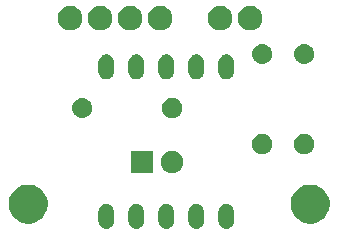
<source format=gbr>
G04 #@! TF.GenerationSoftware,KiCad,Pcbnew,5.0.2-bee76a0~70~ubuntu18.04.1*
G04 #@! TF.CreationDate,2019-07-06T00:12:55+01:00*
G04 #@! TF.ProjectId,Timer Gate,54696d65-7220-4476-9174-652e6b696361,rev?*
G04 #@! TF.SameCoordinates,Original*
G04 #@! TF.FileFunction,Soldermask,Bot*
G04 #@! TF.FilePolarity,Negative*
%FSLAX46Y46*%
G04 Gerber Fmt 4.6, Leading zero omitted, Abs format (unit mm)*
G04 Created by KiCad (PCBNEW 5.0.2-bee76a0~70~ubuntu18.04.1) date Sat Jul  6 00:12:55 2019*
%MOMM*%
%LPD*%
G01*
G04 APERTURE LIST*
%ADD10C,0.100000*%
G04 APERTURE END LIST*
D10*
G36*
X135763617Y-94991421D02*
X135845426Y-95016238D01*
X135886332Y-95028646D01*
X135946782Y-95060958D01*
X135999425Y-95089096D01*
X136098553Y-95170448D01*
X136179905Y-95269575D01*
X136179906Y-95269577D01*
X136240355Y-95382668D01*
X136252763Y-95423574D01*
X136277580Y-95505383D01*
X136287000Y-95601028D01*
X136287000Y-96464974D01*
X136277580Y-96560619D01*
X136270623Y-96583553D01*
X136240355Y-96683334D01*
X136186819Y-96783492D01*
X136179905Y-96796427D01*
X136098553Y-96895554D01*
X135999426Y-96976906D01*
X135999424Y-96976907D01*
X135886333Y-97037356D01*
X135845427Y-97049764D01*
X135763618Y-97074581D01*
X135636000Y-97087150D01*
X135508383Y-97074581D01*
X135426574Y-97049764D01*
X135385668Y-97037356D01*
X135272577Y-96976907D01*
X135272575Y-96976906D01*
X135173448Y-96895554D01*
X135092096Y-96796427D01*
X135085182Y-96783492D01*
X135031646Y-96683334D01*
X135020624Y-96647000D01*
X134994420Y-96560619D01*
X134985000Y-96464974D01*
X134985000Y-95601029D01*
X134994420Y-95505384D01*
X135031645Y-95382670D01*
X135031645Y-95382669D01*
X135063957Y-95322219D01*
X135092095Y-95269576D01*
X135173447Y-95170448D01*
X135272574Y-95089096D01*
X135285509Y-95082182D01*
X135385667Y-95028646D01*
X135426573Y-95016238D01*
X135508382Y-94991421D01*
X135636000Y-94978852D01*
X135763617Y-94991421D01*
X135763617Y-94991421D01*
G37*
G36*
X138303617Y-94991421D02*
X138385426Y-95016238D01*
X138426332Y-95028646D01*
X138486782Y-95060958D01*
X138539425Y-95089096D01*
X138638553Y-95170448D01*
X138719905Y-95269575D01*
X138719906Y-95269577D01*
X138780355Y-95382668D01*
X138792763Y-95423574D01*
X138817580Y-95505383D01*
X138827000Y-95601028D01*
X138827000Y-96464974D01*
X138817580Y-96560619D01*
X138810623Y-96583553D01*
X138780355Y-96683334D01*
X138726819Y-96783492D01*
X138719905Y-96796427D01*
X138638553Y-96895554D01*
X138539426Y-96976906D01*
X138539424Y-96976907D01*
X138426333Y-97037356D01*
X138385427Y-97049764D01*
X138303618Y-97074581D01*
X138176000Y-97087150D01*
X138048383Y-97074581D01*
X137966574Y-97049764D01*
X137925668Y-97037356D01*
X137812577Y-96976907D01*
X137812575Y-96976906D01*
X137713448Y-96895554D01*
X137632096Y-96796427D01*
X137625182Y-96783492D01*
X137571646Y-96683334D01*
X137560624Y-96647000D01*
X137534420Y-96560619D01*
X137525000Y-96464974D01*
X137525000Y-95601029D01*
X137534420Y-95505384D01*
X137571645Y-95382670D01*
X137571645Y-95382669D01*
X137603957Y-95322219D01*
X137632095Y-95269576D01*
X137713447Y-95170448D01*
X137812574Y-95089096D01*
X137825509Y-95082182D01*
X137925667Y-95028646D01*
X137966573Y-95016238D01*
X138048382Y-94991421D01*
X138176000Y-94978852D01*
X138303617Y-94991421D01*
X138303617Y-94991421D01*
G37*
G36*
X140843617Y-94991421D02*
X140925426Y-95016238D01*
X140966332Y-95028646D01*
X141026782Y-95060958D01*
X141079425Y-95089096D01*
X141178553Y-95170448D01*
X141259905Y-95269575D01*
X141259906Y-95269577D01*
X141320355Y-95382668D01*
X141332763Y-95423574D01*
X141357580Y-95505383D01*
X141367000Y-95601028D01*
X141367000Y-96464974D01*
X141357580Y-96560619D01*
X141350623Y-96583553D01*
X141320355Y-96683334D01*
X141266819Y-96783492D01*
X141259905Y-96796427D01*
X141178553Y-96895554D01*
X141079426Y-96976906D01*
X141079424Y-96976907D01*
X140966333Y-97037356D01*
X140925427Y-97049764D01*
X140843618Y-97074581D01*
X140716000Y-97087150D01*
X140588383Y-97074581D01*
X140506574Y-97049764D01*
X140465668Y-97037356D01*
X140352577Y-96976907D01*
X140352575Y-96976906D01*
X140253448Y-96895554D01*
X140172096Y-96796427D01*
X140165182Y-96783492D01*
X140111646Y-96683334D01*
X140100624Y-96647000D01*
X140074420Y-96560619D01*
X140065000Y-96464974D01*
X140065000Y-95601029D01*
X140074420Y-95505384D01*
X140111645Y-95382670D01*
X140111645Y-95382669D01*
X140143957Y-95322219D01*
X140172095Y-95269576D01*
X140253447Y-95170448D01*
X140352574Y-95089096D01*
X140365509Y-95082182D01*
X140465667Y-95028646D01*
X140506573Y-95016238D01*
X140588382Y-94991421D01*
X140716000Y-94978852D01*
X140843617Y-94991421D01*
X140843617Y-94991421D01*
G37*
G36*
X130683617Y-94991421D02*
X130765426Y-95016238D01*
X130806332Y-95028646D01*
X130866782Y-95060958D01*
X130919425Y-95089096D01*
X131018553Y-95170448D01*
X131099905Y-95269575D01*
X131099906Y-95269577D01*
X131160355Y-95382668D01*
X131172763Y-95423574D01*
X131197580Y-95505383D01*
X131207000Y-95601028D01*
X131207000Y-96464974D01*
X131197580Y-96560619D01*
X131190623Y-96583553D01*
X131160355Y-96683334D01*
X131106819Y-96783492D01*
X131099905Y-96796427D01*
X131018553Y-96895554D01*
X130919426Y-96976906D01*
X130919424Y-96976907D01*
X130806333Y-97037356D01*
X130765427Y-97049764D01*
X130683618Y-97074581D01*
X130556000Y-97087150D01*
X130428383Y-97074581D01*
X130346574Y-97049764D01*
X130305668Y-97037356D01*
X130192577Y-96976907D01*
X130192575Y-96976906D01*
X130093448Y-96895554D01*
X130012096Y-96796427D01*
X130005182Y-96783492D01*
X129951646Y-96683334D01*
X129940624Y-96647000D01*
X129914420Y-96560619D01*
X129905000Y-96464974D01*
X129905000Y-95601029D01*
X129914420Y-95505384D01*
X129951645Y-95382670D01*
X129951645Y-95382669D01*
X129983957Y-95322219D01*
X130012095Y-95269576D01*
X130093447Y-95170448D01*
X130192574Y-95089096D01*
X130205509Y-95082182D01*
X130305667Y-95028646D01*
X130346573Y-95016238D01*
X130428382Y-94991421D01*
X130556000Y-94978852D01*
X130683617Y-94991421D01*
X130683617Y-94991421D01*
G37*
G36*
X133223617Y-94991421D02*
X133305426Y-95016238D01*
X133346332Y-95028646D01*
X133406782Y-95060958D01*
X133459425Y-95089096D01*
X133558553Y-95170448D01*
X133639905Y-95269575D01*
X133639906Y-95269577D01*
X133700355Y-95382668D01*
X133712763Y-95423574D01*
X133737580Y-95505383D01*
X133747000Y-95601028D01*
X133747000Y-96464974D01*
X133737580Y-96560619D01*
X133730623Y-96583553D01*
X133700355Y-96683334D01*
X133646819Y-96783492D01*
X133639905Y-96796427D01*
X133558553Y-96895554D01*
X133459426Y-96976906D01*
X133459424Y-96976907D01*
X133346333Y-97037356D01*
X133305427Y-97049764D01*
X133223618Y-97074581D01*
X133096000Y-97087150D01*
X132968383Y-97074581D01*
X132886574Y-97049764D01*
X132845668Y-97037356D01*
X132732577Y-96976907D01*
X132732575Y-96976906D01*
X132633448Y-96895554D01*
X132552096Y-96796427D01*
X132545182Y-96783492D01*
X132491646Y-96683334D01*
X132480624Y-96647000D01*
X132454420Y-96560619D01*
X132445000Y-96464974D01*
X132445000Y-95601029D01*
X132454420Y-95505384D01*
X132491645Y-95382670D01*
X132491645Y-95382669D01*
X132523957Y-95322219D01*
X132552095Y-95269576D01*
X132633447Y-95170448D01*
X132732574Y-95089096D01*
X132745509Y-95082182D01*
X132845667Y-95028646D01*
X132886573Y-95016238D01*
X132968382Y-94991421D01*
X133096000Y-94978852D01*
X133223617Y-94991421D01*
X133223617Y-94991421D01*
G37*
G36*
X148203256Y-93387298D02*
X148309579Y-93408447D01*
X148610042Y-93532903D01*
X148876852Y-93711180D01*
X148880454Y-93713587D01*
X149110413Y-93943546D01*
X149291098Y-94213960D01*
X149415553Y-94514422D01*
X149479000Y-94833389D01*
X149479000Y-95158611D01*
X149456927Y-95269577D01*
X149415553Y-95477579D01*
X149404035Y-95505385D01*
X149291098Y-95778040D01*
X149110413Y-96048454D01*
X148880454Y-96278413D01*
X148880451Y-96278415D01*
X148610042Y-96459097D01*
X148610041Y-96459098D01*
X148610040Y-96459098D01*
X148522037Y-96495550D01*
X148309579Y-96583553D01*
X148203256Y-96604702D01*
X147990611Y-96647000D01*
X147665389Y-96647000D01*
X147452744Y-96604702D01*
X147346421Y-96583553D01*
X147133963Y-96495550D01*
X147045960Y-96459098D01*
X147045959Y-96459098D01*
X147045958Y-96459097D01*
X146775549Y-96278415D01*
X146775546Y-96278413D01*
X146545587Y-96048454D01*
X146364902Y-95778040D01*
X146251965Y-95505385D01*
X146240447Y-95477579D01*
X146199073Y-95269577D01*
X146177000Y-95158611D01*
X146177000Y-94833389D01*
X146240447Y-94514422D01*
X146364902Y-94213960D01*
X146545587Y-93943546D01*
X146775546Y-93713587D01*
X146779148Y-93711180D01*
X147045958Y-93532903D01*
X147346421Y-93408447D01*
X147452744Y-93387298D01*
X147665389Y-93345000D01*
X147990611Y-93345000D01*
X148203256Y-93387298D01*
X148203256Y-93387298D01*
G37*
G36*
X124327256Y-93387298D02*
X124433579Y-93408447D01*
X124734042Y-93532903D01*
X125000852Y-93711180D01*
X125004454Y-93713587D01*
X125234413Y-93943546D01*
X125415098Y-94213960D01*
X125539553Y-94514422D01*
X125603000Y-94833389D01*
X125603000Y-95158611D01*
X125580927Y-95269577D01*
X125539553Y-95477579D01*
X125528035Y-95505385D01*
X125415098Y-95778040D01*
X125234413Y-96048454D01*
X125004454Y-96278413D01*
X125004451Y-96278415D01*
X124734042Y-96459097D01*
X124734041Y-96459098D01*
X124734040Y-96459098D01*
X124646037Y-96495550D01*
X124433579Y-96583553D01*
X124327256Y-96604702D01*
X124114611Y-96647000D01*
X123789389Y-96647000D01*
X123576744Y-96604702D01*
X123470421Y-96583553D01*
X123257963Y-96495550D01*
X123169960Y-96459098D01*
X123169959Y-96459098D01*
X123169958Y-96459097D01*
X122899549Y-96278415D01*
X122899546Y-96278413D01*
X122669587Y-96048454D01*
X122488902Y-95778040D01*
X122375965Y-95505385D01*
X122364447Y-95477579D01*
X122323073Y-95269577D01*
X122301000Y-95158611D01*
X122301000Y-94833389D01*
X122364447Y-94514422D01*
X122488902Y-94213960D01*
X122669587Y-93943546D01*
X122899546Y-93713587D01*
X122903148Y-93711180D01*
X123169958Y-93532903D01*
X123470421Y-93408447D01*
X123576744Y-93387298D01*
X123789389Y-93345000D01*
X124114611Y-93345000D01*
X124327256Y-93387298D01*
X124327256Y-93387298D01*
G37*
G36*
X134555000Y-92391000D02*
X132653000Y-92391000D01*
X132653000Y-90489000D01*
X134555000Y-90489000D01*
X134555000Y-92391000D01*
X134555000Y-92391000D01*
G37*
G36*
X136421396Y-90525546D02*
X136594466Y-90597234D01*
X136750230Y-90701312D01*
X136882688Y-90833770D01*
X136986766Y-90989534D01*
X137058454Y-91162604D01*
X137095000Y-91346333D01*
X137095000Y-91533667D01*
X137058454Y-91717396D01*
X136986766Y-91890466D01*
X136882688Y-92046230D01*
X136750230Y-92178688D01*
X136594466Y-92282766D01*
X136421396Y-92354454D01*
X136237667Y-92391000D01*
X136050333Y-92391000D01*
X135866604Y-92354454D01*
X135693534Y-92282766D01*
X135537770Y-92178688D01*
X135405312Y-92046230D01*
X135301234Y-91890466D01*
X135229546Y-91717396D01*
X135193000Y-91533667D01*
X135193000Y-91346333D01*
X135229546Y-91162604D01*
X135301234Y-90989534D01*
X135405312Y-90833770D01*
X135537770Y-90701312D01*
X135693534Y-90597234D01*
X135866604Y-90525546D01*
X136050333Y-90489000D01*
X136237667Y-90489000D01*
X136421396Y-90525546D01*
X136421396Y-90525546D01*
G37*
G36*
X147568228Y-89097703D02*
X147723100Y-89161853D01*
X147862481Y-89254985D01*
X147981015Y-89373519D01*
X148074147Y-89512900D01*
X148138297Y-89667772D01*
X148171000Y-89832184D01*
X148171000Y-89999816D01*
X148138297Y-90164228D01*
X148074147Y-90319100D01*
X147981015Y-90458481D01*
X147862481Y-90577015D01*
X147723100Y-90670147D01*
X147568228Y-90734297D01*
X147403816Y-90767000D01*
X147236184Y-90767000D01*
X147071772Y-90734297D01*
X146916900Y-90670147D01*
X146777519Y-90577015D01*
X146658985Y-90458481D01*
X146565853Y-90319100D01*
X146501703Y-90164228D01*
X146469000Y-89999816D01*
X146469000Y-89832184D01*
X146501703Y-89667772D01*
X146565853Y-89512900D01*
X146658985Y-89373519D01*
X146777519Y-89254985D01*
X146916900Y-89161853D01*
X147071772Y-89097703D01*
X147236184Y-89065000D01*
X147403816Y-89065000D01*
X147568228Y-89097703D01*
X147568228Y-89097703D01*
G37*
G36*
X144012228Y-89097703D02*
X144167100Y-89161853D01*
X144306481Y-89254985D01*
X144425015Y-89373519D01*
X144518147Y-89512900D01*
X144582297Y-89667772D01*
X144615000Y-89832184D01*
X144615000Y-89999816D01*
X144582297Y-90164228D01*
X144518147Y-90319100D01*
X144425015Y-90458481D01*
X144306481Y-90577015D01*
X144167100Y-90670147D01*
X144012228Y-90734297D01*
X143847816Y-90767000D01*
X143680184Y-90767000D01*
X143515772Y-90734297D01*
X143360900Y-90670147D01*
X143221519Y-90577015D01*
X143102985Y-90458481D01*
X143009853Y-90319100D01*
X142945703Y-90164228D01*
X142913000Y-89999816D01*
X142913000Y-89832184D01*
X142945703Y-89667772D01*
X143009853Y-89512900D01*
X143102985Y-89373519D01*
X143221519Y-89254985D01*
X143360900Y-89161853D01*
X143515772Y-89097703D01*
X143680184Y-89065000D01*
X143847816Y-89065000D01*
X144012228Y-89097703D01*
X144012228Y-89097703D01*
G37*
G36*
X128690821Y-86029313D02*
X128690824Y-86029314D01*
X128690825Y-86029314D01*
X128851239Y-86077975D01*
X128851241Y-86077976D01*
X128851244Y-86077977D01*
X128999078Y-86156995D01*
X129128659Y-86263341D01*
X129235005Y-86392922D01*
X129314023Y-86540756D01*
X129314024Y-86540759D01*
X129314025Y-86540761D01*
X129362686Y-86701175D01*
X129362687Y-86701179D01*
X129379117Y-86868000D01*
X129362687Y-87034821D01*
X129362686Y-87034824D01*
X129362686Y-87034825D01*
X129337993Y-87116228D01*
X129314023Y-87195244D01*
X129235005Y-87343078D01*
X129128659Y-87472659D01*
X128999078Y-87579005D01*
X128851244Y-87658023D01*
X128851241Y-87658024D01*
X128851239Y-87658025D01*
X128690825Y-87706686D01*
X128690824Y-87706686D01*
X128690821Y-87706687D01*
X128565804Y-87719000D01*
X128482196Y-87719000D01*
X128357179Y-87706687D01*
X128357176Y-87706686D01*
X128357175Y-87706686D01*
X128196761Y-87658025D01*
X128196759Y-87658024D01*
X128196756Y-87658023D01*
X128048922Y-87579005D01*
X127919341Y-87472659D01*
X127812995Y-87343078D01*
X127733977Y-87195244D01*
X127710008Y-87116228D01*
X127685314Y-87034825D01*
X127685314Y-87034824D01*
X127685313Y-87034821D01*
X127668883Y-86868000D01*
X127685313Y-86701179D01*
X127685314Y-86701175D01*
X127733975Y-86540761D01*
X127733976Y-86540759D01*
X127733977Y-86540756D01*
X127812995Y-86392922D01*
X127919341Y-86263341D01*
X128048922Y-86156995D01*
X128196756Y-86077977D01*
X128196759Y-86077976D01*
X128196761Y-86077975D01*
X128357175Y-86029314D01*
X128357176Y-86029314D01*
X128357179Y-86029313D01*
X128482196Y-86017000D01*
X128565804Y-86017000D01*
X128690821Y-86029313D01*
X128690821Y-86029313D01*
G37*
G36*
X136392228Y-86049703D02*
X136547100Y-86113853D01*
X136686481Y-86206985D01*
X136805015Y-86325519D01*
X136898147Y-86464900D01*
X136962297Y-86619772D01*
X136995000Y-86784184D01*
X136995000Y-86951816D01*
X136962297Y-87116228D01*
X136898147Y-87271100D01*
X136805015Y-87410481D01*
X136686481Y-87529015D01*
X136547100Y-87622147D01*
X136392228Y-87686297D01*
X136227816Y-87719000D01*
X136060184Y-87719000D01*
X135895772Y-87686297D01*
X135740900Y-87622147D01*
X135601519Y-87529015D01*
X135482985Y-87410481D01*
X135389853Y-87271100D01*
X135325703Y-87116228D01*
X135293000Y-86951816D01*
X135293000Y-86784184D01*
X135325703Y-86619772D01*
X135389853Y-86464900D01*
X135482985Y-86325519D01*
X135601519Y-86206985D01*
X135740900Y-86113853D01*
X135895772Y-86049703D01*
X136060184Y-86017000D01*
X136227816Y-86017000D01*
X136392228Y-86049703D01*
X136392228Y-86049703D01*
G37*
G36*
X135763617Y-82321421D02*
X135845426Y-82346238D01*
X135886332Y-82358646D01*
X135946782Y-82390958D01*
X135999425Y-82419096D01*
X136098553Y-82500448D01*
X136179905Y-82599575D01*
X136179906Y-82599577D01*
X136240355Y-82712668D01*
X136252763Y-82753574D01*
X136277580Y-82835383D01*
X136287000Y-82931028D01*
X136287000Y-83794974D01*
X136277580Y-83890619D01*
X136252763Y-83972428D01*
X136240355Y-84013334D01*
X136186819Y-84113492D01*
X136179905Y-84126427D01*
X136098553Y-84225554D01*
X135999426Y-84306906D01*
X135999424Y-84306907D01*
X135886333Y-84367356D01*
X135845427Y-84379764D01*
X135763618Y-84404581D01*
X135636000Y-84417150D01*
X135508383Y-84404581D01*
X135426574Y-84379764D01*
X135385668Y-84367356D01*
X135272577Y-84306907D01*
X135272575Y-84306906D01*
X135173448Y-84225554D01*
X135092096Y-84126427D01*
X135085182Y-84113492D01*
X135031646Y-84013334D01*
X135025734Y-83993844D01*
X134994420Y-83890619D01*
X134985000Y-83794974D01*
X134985000Y-82931029D01*
X134994420Y-82835384D01*
X135031645Y-82712670D01*
X135031645Y-82712669D01*
X135079447Y-82623239D01*
X135092095Y-82599576D01*
X135173447Y-82500448D01*
X135272574Y-82419096D01*
X135285509Y-82412182D01*
X135385667Y-82358646D01*
X135426573Y-82346238D01*
X135508382Y-82321421D01*
X135636000Y-82308852D01*
X135763617Y-82321421D01*
X135763617Y-82321421D01*
G37*
G36*
X130683617Y-82321421D02*
X130765426Y-82346238D01*
X130806332Y-82358646D01*
X130866782Y-82390958D01*
X130919425Y-82419096D01*
X131018553Y-82500448D01*
X131099905Y-82599575D01*
X131099906Y-82599577D01*
X131160355Y-82712668D01*
X131172763Y-82753574D01*
X131197580Y-82835383D01*
X131207000Y-82931028D01*
X131207000Y-83794974D01*
X131197580Y-83890619D01*
X131172763Y-83972428D01*
X131160355Y-84013334D01*
X131106819Y-84113492D01*
X131099905Y-84126427D01*
X131018553Y-84225554D01*
X130919426Y-84306906D01*
X130919424Y-84306907D01*
X130806333Y-84367356D01*
X130765427Y-84379764D01*
X130683618Y-84404581D01*
X130556000Y-84417150D01*
X130428383Y-84404581D01*
X130346574Y-84379764D01*
X130305668Y-84367356D01*
X130192577Y-84306907D01*
X130192575Y-84306906D01*
X130093448Y-84225554D01*
X130012096Y-84126427D01*
X130005182Y-84113492D01*
X129951646Y-84013334D01*
X129945734Y-83993844D01*
X129914420Y-83890619D01*
X129905000Y-83794974D01*
X129905000Y-82931029D01*
X129914420Y-82835384D01*
X129951645Y-82712670D01*
X129951645Y-82712669D01*
X129999447Y-82623239D01*
X130012095Y-82599576D01*
X130093447Y-82500448D01*
X130192574Y-82419096D01*
X130205509Y-82412182D01*
X130305667Y-82358646D01*
X130346573Y-82346238D01*
X130428382Y-82321421D01*
X130556000Y-82308852D01*
X130683617Y-82321421D01*
X130683617Y-82321421D01*
G37*
G36*
X133223617Y-82321421D02*
X133305426Y-82346238D01*
X133346332Y-82358646D01*
X133406782Y-82390958D01*
X133459425Y-82419096D01*
X133558553Y-82500448D01*
X133639905Y-82599575D01*
X133639906Y-82599577D01*
X133700355Y-82712668D01*
X133712763Y-82753574D01*
X133737580Y-82835383D01*
X133747000Y-82931028D01*
X133747000Y-83794974D01*
X133737580Y-83890619D01*
X133712763Y-83972428D01*
X133700355Y-84013334D01*
X133646819Y-84113492D01*
X133639905Y-84126427D01*
X133558553Y-84225554D01*
X133459426Y-84306906D01*
X133459424Y-84306907D01*
X133346333Y-84367356D01*
X133305427Y-84379764D01*
X133223618Y-84404581D01*
X133096000Y-84417150D01*
X132968383Y-84404581D01*
X132886574Y-84379764D01*
X132845668Y-84367356D01*
X132732577Y-84306907D01*
X132732575Y-84306906D01*
X132633448Y-84225554D01*
X132552096Y-84126427D01*
X132545182Y-84113492D01*
X132491646Y-84013334D01*
X132485734Y-83993844D01*
X132454420Y-83890619D01*
X132445000Y-83794974D01*
X132445000Y-82931029D01*
X132454420Y-82835384D01*
X132491645Y-82712670D01*
X132491645Y-82712669D01*
X132539447Y-82623239D01*
X132552095Y-82599576D01*
X132633447Y-82500448D01*
X132732574Y-82419096D01*
X132745509Y-82412182D01*
X132845667Y-82358646D01*
X132886573Y-82346238D01*
X132968382Y-82321421D01*
X133096000Y-82308852D01*
X133223617Y-82321421D01*
X133223617Y-82321421D01*
G37*
G36*
X140843617Y-82321421D02*
X140925426Y-82346238D01*
X140966332Y-82358646D01*
X141026782Y-82390958D01*
X141079425Y-82419096D01*
X141178553Y-82500448D01*
X141259905Y-82599575D01*
X141259906Y-82599577D01*
X141320355Y-82712668D01*
X141332763Y-82753574D01*
X141357580Y-82835383D01*
X141367000Y-82931028D01*
X141367000Y-83794974D01*
X141357580Y-83890619D01*
X141332763Y-83972428D01*
X141320355Y-84013334D01*
X141266819Y-84113492D01*
X141259905Y-84126427D01*
X141178553Y-84225554D01*
X141079426Y-84306906D01*
X141079424Y-84306907D01*
X140966333Y-84367356D01*
X140925427Y-84379764D01*
X140843618Y-84404581D01*
X140716000Y-84417150D01*
X140588383Y-84404581D01*
X140506574Y-84379764D01*
X140465668Y-84367356D01*
X140352577Y-84306907D01*
X140352575Y-84306906D01*
X140253448Y-84225554D01*
X140172096Y-84126427D01*
X140165182Y-84113492D01*
X140111646Y-84013334D01*
X140105734Y-83993844D01*
X140074420Y-83890619D01*
X140065000Y-83794974D01*
X140065000Y-82931029D01*
X140074420Y-82835384D01*
X140111645Y-82712670D01*
X140111645Y-82712669D01*
X140159447Y-82623239D01*
X140172095Y-82599576D01*
X140253447Y-82500448D01*
X140352574Y-82419096D01*
X140365509Y-82412182D01*
X140465667Y-82358646D01*
X140506573Y-82346238D01*
X140588382Y-82321421D01*
X140716000Y-82308852D01*
X140843617Y-82321421D01*
X140843617Y-82321421D01*
G37*
G36*
X138303617Y-82321421D02*
X138385426Y-82346238D01*
X138426332Y-82358646D01*
X138486782Y-82390958D01*
X138539425Y-82419096D01*
X138638553Y-82500448D01*
X138719905Y-82599575D01*
X138719906Y-82599577D01*
X138780355Y-82712668D01*
X138792763Y-82753574D01*
X138817580Y-82835383D01*
X138827000Y-82931028D01*
X138827000Y-83794974D01*
X138817580Y-83890619D01*
X138792763Y-83972428D01*
X138780355Y-84013334D01*
X138726819Y-84113492D01*
X138719905Y-84126427D01*
X138638553Y-84225554D01*
X138539426Y-84306906D01*
X138539424Y-84306907D01*
X138426333Y-84367356D01*
X138385427Y-84379764D01*
X138303618Y-84404581D01*
X138176000Y-84417150D01*
X138048383Y-84404581D01*
X137966574Y-84379764D01*
X137925668Y-84367356D01*
X137812577Y-84306907D01*
X137812575Y-84306906D01*
X137713448Y-84225554D01*
X137632096Y-84126427D01*
X137625182Y-84113492D01*
X137571646Y-84013334D01*
X137565734Y-83993844D01*
X137534420Y-83890619D01*
X137525000Y-83794974D01*
X137525000Y-82931029D01*
X137534420Y-82835384D01*
X137571645Y-82712670D01*
X137571645Y-82712669D01*
X137619447Y-82623239D01*
X137632095Y-82599576D01*
X137713447Y-82500448D01*
X137812574Y-82419096D01*
X137825509Y-82412182D01*
X137925667Y-82358646D01*
X137966573Y-82346238D01*
X138048382Y-82321421D01*
X138176000Y-82308852D01*
X138303617Y-82321421D01*
X138303617Y-82321421D01*
G37*
G36*
X147486821Y-81457313D02*
X147486824Y-81457314D01*
X147486825Y-81457314D01*
X147647239Y-81505975D01*
X147647241Y-81505976D01*
X147647244Y-81505977D01*
X147795078Y-81584995D01*
X147924659Y-81691341D01*
X148031005Y-81820922D01*
X148110023Y-81968756D01*
X148158687Y-82129179D01*
X148175117Y-82296000D01*
X148158687Y-82462821D01*
X148158686Y-82462824D01*
X148158686Y-82462825D01*
X148117203Y-82599577D01*
X148110023Y-82623244D01*
X148031005Y-82771078D01*
X147924659Y-82900659D01*
X147795078Y-83007005D01*
X147647244Y-83086023D01*
X147647241Y-83086024D01*
X147647239Y-83086025D01*
X147486825Y-83134686D01*
X147486824Y-83134686D01*
X147486821Y-83134687D01*
X147361804Y-83147000D01*
X147278196Y-83147000D01*
X147153179Y-83134687D01*
X147153176Y-83134686D01*
X147153175Y-83134686D01*
X146992761Y-83086025D01*
X146992759Y-83086024D01*
X146992756Y-83086023D01*
X146844922Y-83007005D01*
X146715341Y-82900659D01*
X146608995Y-82771078D01*
X146529977Y-82623244D01*
X146522798Y-82599577D01*
X146481314Y-82462825D01*
X146481314Y-82462824D01*
X146481313Y-82462821D01*
X146464883Y-82296000D01*
X146481313Y-82129179D01*
X146529977Y-81968756D01*
X146608995Y-81820922D01*
X146715341Y-81691341D01*
X146844922Y-81584995D01*
X146992756Y-81505977D01*
X146992759Y-81505976D01*
X146992761Y-81505975D01*
X147153175Y-81457314D01*
X147153176Y-81457314D01*
X147153179Y-81457313D01*
X147278196Y-81445000D01*
X147361804Y-81445000D01*
X147486821Y-81457313D01*
X147486821Y-81457313D01*
G37*
G36*
X143930821Y-81457313D02*
X143930824Y-81457314D01*
X143930825Y-81457314D01*
X144091239Y-81505975D01*
X144091241Y-81505976D01*
X144091244Y-81505977D01*
X144239078Y-81584995D01*
X144368659Y-81691341D01*
X144475005Y-81820922D01*
X144554023Y-81968756D01*
X144602687Y-82129179D01*
X144619117Y-82296000D01*
X144602687Y-82462821D01*
X144602686Y-82462824D01*
X144602686Y-82462825D01*
X144561203Y-82599577D01*
X144554023Y-82623244D01*
X144475005Y-82771078D01*
X144368659Y-82900659D01*
X144239078Y-83007005D01*
X144091244Y-83086023D01*
X144091241Y-83086024D01*
X144091239Y-83086025D01*
X143930825Y-83134686D01*
X143930824Y-83134686D01*
X143930821Y-83134687D01*
X143805804Y-83147000D01*
X143722196Y-83147000D01*
X143597179Y-83134687D01*
X143597176Y-83134686D01*
X143597175Y-83134686D01*
X143436761Y-83086025D01*
X143436759Y-83086024D01*
X143436756Y-83086023D01*
X143288922Y-83007005D01*
X143159341Y-82900659D01*
X143052995Y-82771078D01*
X142973977Y-82623244D01*
X142966798Y-82599577D01*
X142925314Y-82462825D01*
X142925314Y-82462824D01*
X142925313Y-82462821D01*
X142908883Y-82296000D01*
X142925313Y-82129179D01*
X142973977Y-81968756D01*
X143052995Y-81820922D01*
X143159341Y-81691341D01*
X143288922Y-81584995D01*
X143436756Y-81505977D01*
X143436759Y-81505976D01*
X143436761Y-81505975D01*
X143597175Y-81457314D01*
X143597176Y-81457314D01*
X143597179Y-81457313D01*
X143722196Y-81445000D01*
X143805804Y-81445000D01*
X143930821Y-81457313D01*
X143930821Y-81457313D01*
G37*
G36*
X140511765Y-78246620D02*
X140701289Y-78325123D01*
X140871855Y-78439092D01*
X141016908Y-78584145D01*
X141130877Y-78754711D01*
X141209380Y-78944235D01*
X141249400Y-79145430D01*
X141249400Y-79350570D01*
X141209380Y-79551765D01*
X141130877Y-79741289D01*
X141016908Y-79911855D01*
X140871855Y-80056908D01*
X140701289Y-80170877D01*
X140511765Y-80249380D01*
X140310570Y-80289400D01*
X140105430Y-80289400D01*
X139904235Y-80249380D01*
X139714711Y-80170877D01*
X139544145Y-80056908D01*
X139399092Y-79911855D01*
X139285123Y-79741289D01*
X139206620Y-79551765D01*
X139166600Y-79350570D01*
X139166600Y-79145430D01*
X139206620Y-78944235D01*
X139285123Y-78754711D01*
X139399092Y-78584145D01*
X139544145Y-78439092D01*
X139714711Y-78325123D01*
X139904235Y-78246620D01*
X140105430Y-78206600D01*
X140310570Y-78206600D01*
X140511765Y-78246620D01*
X140511765Y-78246620D01*
G37*
G36*
X127811765Y-78246620D02*
X128001289Y-78325123D01*
X128171855Y-78439092D01*
X128316908Y-78584145D01*
X128430877Y-78754711D01*
X128509380Y-78944235D01*
X128549400Y-79145430D01*
X128549400Y-79350570D01*
X128509380Y-79551765D01*
X128430877Y-79741289D01*
X128316908Y-79911855D01*
X128171855Y-80056908D01*
X128001289Y-80170877D01*
X127811765Y-80249380D01*
X127610570Y-80289400D01*
X127405430Y-80289400D01*
X127204235Y-80249380D01*
X127014711Y-80170877D01*
X126844145Y-80056908D01*
X126699092Y-79911855D01*
X126585123Y-79741289D01*
X126506620Y-79551765D01*
X126466600Y-79350570D01*
X126466600Y-79145430D01*
X126506620Y-78944235D01*
X126585123Y-78754711D01*
X126699092Y-78584145D01*
X126844145Y-78439092D01*
X127014711Y-78325123D01*
X127204235Y-78246620D01*
X127405430Y-78206600D01*
X127610570Y-78206600D01*
X127811765Y-78246620D01*
X127811765Y-78246620D01*
G37*
G36*
X130351765Y-78246620D02*
X130541289Y-78325123D01*
X130711855Y-78439092D01*
X130856908Y-78584145D01*
X130970877Y-78754711D01*
X131049380Y-78944235D01*
X131089400Y-79145430D01*
X131089400Y-79350570D01*
X131049380Y-79551765D01*
X130970877Y-79741289D01*
X130856908Y-79911855D01*
X130711855Y-80056908D01*
X130541289Y-80170877D01*
X130351765Y-80249380D01*
X130150570Y-80289400D01*
X129945430Y-80289400D01*
X129744235Y-80249380D01*
X129554711Y-80170877D01*
X129384145Y-80056908D01*
X129239092Y-79911855D01*
X129125123Y-79741289D01*
X129046620Y-79551765D01*
X129006600Y-79350570D01*
X129006600Y-79145430D01*
X129046620Y-78944235D01*
X129125123Y-78754711D01*
X129239092Y-78584145D01*
X129384145Y-78439092D01*
X129554711Y-78325123D01*
X129744235Y-78246620D01*
X129945430Y-78206600D01*
X130150570Y-78206600D01*
X130351765Y-78246620D01*
X130351765Y-78246620D01*
G37*
G36*
X132891765Y-78246620D02*
X133081289Y-78325123D01*
X133251855Y-78439092D01*
X133396908Y-78584145D01*
X133510877Y-78754711D01*
X133589380Y-78944235D01*
X133629400Y-79145430D01*
X133629400Y-79350570D01*
X133589380Y-79551765D01*
X133510877Y-79741289D01*
X133396908Y-79911855D01*
X133251855Y-80056908D01*
X133081289Y-80170877D01*
X132891765Y-80249380D01*
X132690570Y-80289400D01*
X132485430Y-80289400D01*
X132284235Y-80249380D01*
X132094711Y-80170877D01*
X131924145Y-80056908D01*
X131779092Y-79911855D01*
X131665123Y-79741289D01*
X131586620Y-79551765D01*
X131546600Y-79350570D01*
X131546600Y-79145430D01*
X131586620Y-78944235D01*
X131665123Y-78754711D01*
X131779092Y-78584145D01*
X131924145Y-78439092D01*
X132094711Y-78325123D01*
X132284235Y-78246620D01*
X132485430Y-78206600D01*
X132690570Y-78206600D01*
X132891765Y-78246620D01*
X132891765Y-78246620D01*
G37*
G36*
X135431765Y-78246620D02*
X135621289Y-78325123D01*
X135791855Y-78439092D01*
X135936908Y-78584145D01*
X136050877Y-78754711D01*
X136129380Y-78944235D01*
X136169400Y-79145430D01*
X136169400Y-79350570D01*
X136129380Y-79551765D01*
X136050877Y-79741289D01*
X135936908Y-79911855D01*
X135791855Y-80056908D01*
X135621289Y-80170877D01*
X135431765Y-80249380D01*
X135230570Y-80289400D01*
X135025430Y-80289400D01*
X134824235Y-80249380D01*
X134634711Y-80170877D01*
X134464145Y-80056908D01*
X134319092Y-79911855D01*
X134205123Y-79741289D01*
X134126620Y-79551765D01*
X134086600Y-79350570D01*
X134086600Y-79145430D01*
X134126620Y-78944235D01*
X134205123Y-78754711D01*
X134319092Y-78584145D01*
X134464145Y-78439092D01*
X134634711Y-78325123D01*
X134824235Y-78246620D01*
X135025430Y-78206600D01*
X135230570Y-78206600D01*
X135431765Y-78246620D01*
X135431765Y-78246620D01*
G37*
G36*
X143051765Y-78246620D02*
X143241289Y-78325123D01*
X143411855Y-78439092D01*
X143556908Y-78584145D01*
X143670877Y-78754711D01*
X143749380Y-78944235D01*
X143789400Y-79145430D01*
X143789400Y-79350570D01*
X143749380Y-79551765D01*
X143670877Y-79741289D01*
X143556908Y-79911855D01*
X143411855Y-80056908D01*
X143241289Y-80170877D01*
X143051765Y-80249380D01*
X142850570Y-80289400D01*
X142645430Y-80289400D01*
X142444235Y-80249380D01*
X142254711Y-80170877D01*
X142084145Y-80056908D01*
X141939092Y-79911855D01*
X141825123Y-79741289D01*
X141746620Y-79551765D01*
X141706600Y-79350570D01*
X141706600Y-79145430D01*
X141746620Y-78944235D01*
X141825123Y-78754711D01*
X141939092Y-78584145D01*
X142084145Y-78439092D01*
X142254711Y-78325123D01*
X142444235Y-78246620D01*
X142645430Y-78206600D01*
X142850570Y-78206600D01*
X143051765Y-78246620D01*
X143051765Y-78246620D01*
G37*
M02*

</source>
